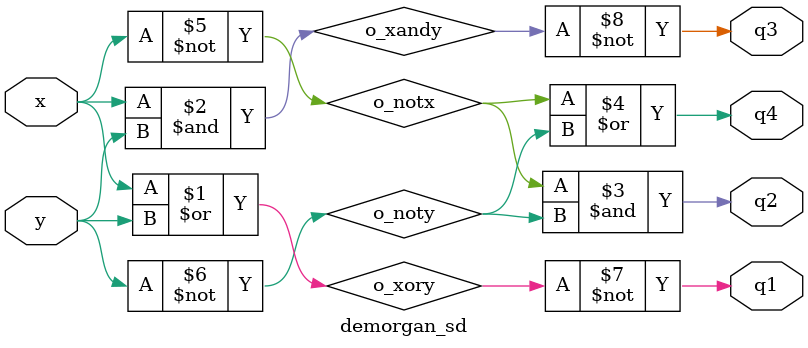
<source format=v>
`timescale 1ns / 1ps


module demorgan_sd(x,y,q1,q2,q3,q4);
input x,y;
output q1,q2,q3,q4;
wire o_xory,o_xandy,o_notx,o_noty;

or or1(o_xory,x,y);
and and1(o_xandy,x,y);
not not1(o_notx,x);
not not2(o_noty,y);

not not3(q1,o_xory);
and and2(q2,o_notx,o_noty);
not not4(q3,o_xandy);
or or2(q4,o_notx,o_noty);

endmodule

</source>
